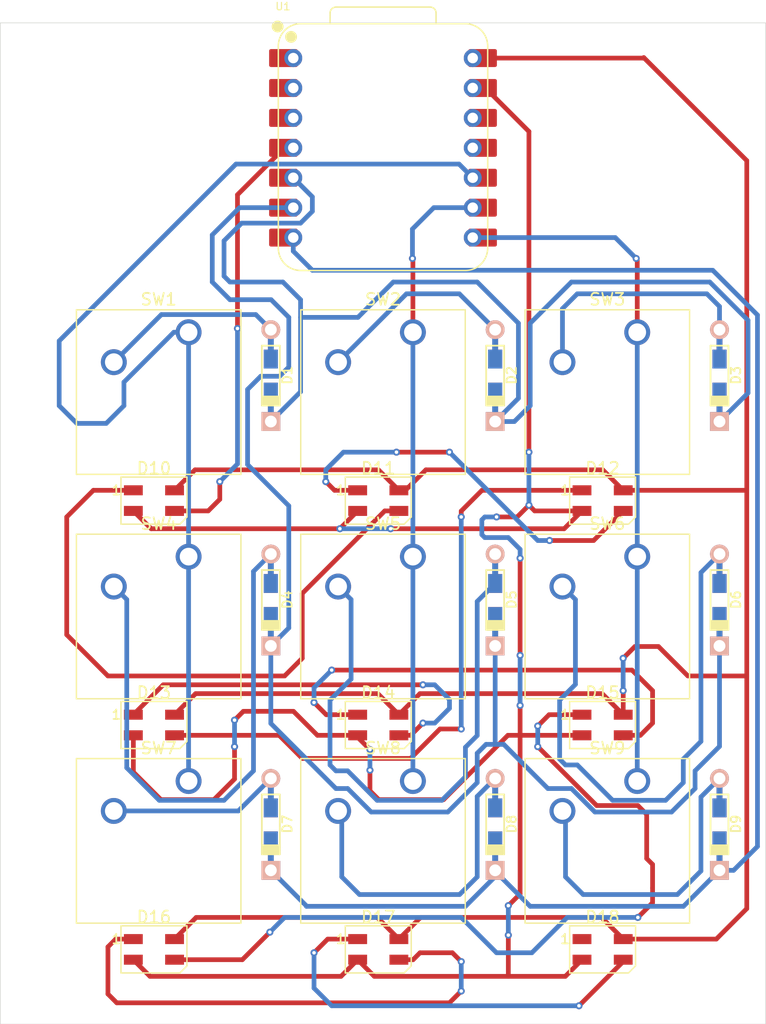
<source format=kicad_pcb>
(kicad_pcb (version 20240108) (generator "pcbnew") (generator_version "8.0")
  (layers (0 "F.Cu" signal) (31 "B.Cu" signal) (34 "B.Paste" user) (35 "F.Paste" user) (36 "B.SilkS" user "B.Silkscreen") (37 "F.SilkS" user "F.Silkscreen") (38 "B.Mask" user) (39 "F.Mask" user) (44 "Edge.Cuts" user))
  (net 0 "")
  (net 1 "Net-(D1-A)")
  (net 2 "Row 0")
  (net 3 "Net-(D2-A)")
  (net 4 "Net-(D3-A)")
  (net 5 "Net-(D4-A)")
  (net 6 "Row 1")
  (net 7 "Net-(D5-A)")
  (net 8 "Net-(D6-A)")
  (net 9 "Net-(D7-A)")
  (net 10 "Row 2")
  (net 11 "Net-(D8-A)")
  (net 12 "Net-(D9-A)")
  (net 13 "+5V")
  (net 14 "GND")
  (net 15 "LED")
  (net 16 "Net-(D10-DOUT)")
  (net 17 "Net-(D11-DOUT)")
  (net 18 "Net-(D12-DOUT)")
  (net 19 "Net-(D13-DOUT)")
  (net 20 "Net-(D15-DOUT)")
  (net 21 "Column 0")
  (net 22 "Column 1")
  (net 23 "Column 2")
  (net 34 "Net-(D14-DOUT)")
  (net 35 "Net-(D16-DOUT)")
  (net 36 "Net-(D17-DOUT)")
  (footprint "Button_Switch_Keyboard:SW_Cherry_MX_1.00u_PCB" (layer "F.Cu") (at 111.8475 94.36875)
    (property "Reference" "SW4")
    (property "Value" "SW_Push_45deg")
  )
  (footprint "LED_SMD:LED_SK6812MINI_PLCC4_3.5x3.5mm_P1.75mm" (layer "F.Cu") (at 127.95625 89.6125)
    (property "Reference" "D11")
    (property "Value" "SK6812MINI")
  )
  (footprint "LED_SMD:LED_SK6812MINI_PLCC4_3.5x3.5mm_P1.75mm" (layer "F.Cu") (at 127.95625 108.6625)
    (property "Reference" "D14")
    (property "Value" "SK6812MINI")
  )
  (footprint "LED_SMD:LED_SK6812MINI_PLCC4_3.5x3.5mm_P1.75mm" (layer "F.Cu") (at 108.90625 108.6625)
    (property "Reference" "D13")
    (property "Value" "SK6812MINI")
  )
  (footprint "LED_SMD:LED_SK6812MINI_PLCC4_3.5x3.5mm_P1.75mm" (layer "F.Cu") (at 147.00625 127.7125)
    (property "Reference" "D18")
    (property "Value" "SK6812MINI")
  )
  (footprint "Button_Switch_Keyboard:SW_Cherry_MX_1.00u_PCB" (layer "F.Cu") (at 149.9475 75.31875)
    (property "Reference" "SW3")
    (property "Value" "SW_Push_45deg")
  )
  (footprint "LED_SMD:LED_SK6812MINI_PLCC4_3.5x3.5mm_P1.75mm" (layer "F.Cu") (at 147.00625 89.6125)
    (property "Reference" "D12")
    (property "Value" "SK6812MINI")
  )
  (footprint "LED_SMD:LED_SK6812MINI_PLCC4_3.5x3.5mm_P1.75mm" (layer "F.Cu") (at 147.00625 108.6625)
    (property "Reference" "D15")
    (property "Value" "SK6812MINI")
  )
  (footprint "OPL:XIAO-RP2040-DIP" (layer "F.Cu") (at 128.3575 59.662502)
    (property "Reference" "U1")
    (property "Value" "XIAO-RP2040-DIP")
  )
  (footprint "Button_Switch_Keyboard:SW_Cherry_MX_1.00u_PCB" (layer "F.Cu") (at 130.8975 75.31875)
    (property "Reference" "SW2")
    (property "Value" "SW_Push_45deg")
  )
  (footprint "Button_Switch_Keyboard:SW_Cherry_MX_1.00u_PCB" (layer "F.Cu") (at 111.8475 75.31875)
    (property "Reference" "SW1")
    (property "Value" "SW_Push_45deg")
  )
  (footprint "LED_SMD:LED_SK6812MINI_PLCC4_3.5x3.5mm_P1.75mm" (layer "F.Cu") (at 127.95625 127.7125)
    (property "Reference" "D17")
    (property "Value" "SK6812MINI")
  )
  (footprint "LED_SMD:LED_SK6812MINI_PLCC4_3.5x3.5mm_P1.75mm" (layer "F.Cu") (at 108.90625 127.7125)
    (property "Reference" "D16")
    (property "Value" "SK6812MINI")
  )
  (footprint "Button_Switch_Keyboard:SW_Cherry_MX_1.00u_PCB" (layer "F.Cu") (at 111.8475 113.41875)
    (property "Reference" "SW7")
    (property "Value" "SW_Push_45deg")
  )
  (footprint "LED_SMD:LED_SK6812MINI_PLCC4_3.5x3.5mm_P1.75mm" (layer "F.Cu") (at 108.90625 89.6125)
    (property "Reference" "D10")
    (property "Value" "SK6812MINI")
  )
  (footprint "Button_Switch_Keyboard:SW_Cherry_MX_1.00u_PCB" (layer "F.Cu") (at 130.8975 94.36875)
    (property "Reference" "SW5")
    (property "Value" "SW_Push_45deg")
  )
  (footprint "Button_Switch_Keyboard:SW_Cherry_MX_1.00u_PCB" (layer "F.Cu") (at 149.9475 113.41875)
    (property "Reference" "SW9")
    (property "Value" "SW_Push_45deg")
  )
  (footprint "Button_Switch_Keyboard:SW_Cherry_MX_1.00u_PCB" (layer "F.Cu") (at 149.9475 94.36875)
    (property "Reference" "SW6")
    (property "Value" "SW_Push_45deg")
  )
  (footprint "Button_Switch_Keyboard:SW_Cherry_MX_1.00u_PCB" (layer "F.Cu") (at 130.8975 113.41875)
    (property "Reference" "SW8")
    (property "Value" "SW_Push_45deg")
  )
  (footprint "DiodeLibrary:Diode-Hybrid-Dual" (layer "B.Cu") (at 156.9325 78.998751 -90)
    (property "Reference" "D3")
    (property "Value" "1N4148" (hide yes))
  )
  (footprint "DiodeLibrary:Diode-Hybrid-Dual" (layer "B.Cu") (at 156.9325 98.048751 -90)
    (property "Reference" "D6")
    (property "Value" "1N4148" (hide yes))
  )
  (footprint "DiodeLibrary:Diode-Hybrid-Dual" (layer "B.Cu") (at 118.8325 117.098751 -90)
    (property "Reference" "D7")
    (property "Value" "1N4148" (hide yes))
  )
  (footprint "DiodeLibrary:Diode-Hybrid-Dual" (layer "B.Cu") (at 156.9325 117.098751 -90)
    (property "Reference" "D9")
    (property "Value" "1N4148" (hide yes))
  )
  (footprint "DiodeLibrary:Diode-Hybrid-Dual" (layer "B.Cu") (at 137.8825 98.048751 -90)
    (property "Reference" "D5")
    (property "Value" "1N4148" (hide yes))
  )
  (footprint "DiodeLibrary:Diode-Hybrid-Dual" (layer "B.Cu") (at 118.8325 78.998751 -90)
    (property "Reference" "D1")
    (property "Value" "1N4148" (hide yes))
  )
  (footprint "DiodeLibrary:Diode-Hybrid-Dual" (layer "B.Cu") (at 137.8825 78.998751 -90)
    (property "Reference" "D2")
    (property "Value" "1N4148" (hide yes))
  )
  (footprint "DiodeLibrary:Diode-Hybrid-Dual" (layer "B.Cu") (at 118.8325 98.048751 -90)
    (property "Reference" "D4")
    (property "Value" "1N4148" (hide yes))
  )
  (footprint "DiodeLibrary:Diode-Hybrid-Dual" (layer "B.Cu") (at 137.8825 117.098751 -90)
    (property "Reference" "D8")
    (property "Value" "1N4148" (hide yes))
  )
  (gr_rect (start 95.8575 49.055629) (end 160.8575 134.055629) (stroke (width 0.05)) (fill none) (layer "Edge.Cuts"))
  (segment (start 109.5375 73.81875) (end 105.4975 77.85875) (width 0.4) (layer "B.Cu") (net 1))
  (segment (start 118.8325 75.098752) (end 117.552498 73.81875) (width 0.4) (layer "B.Cu") (net 1))
  (segment (start 117.552498 73.81875) (end 109.5375 73.81875) (width 0.4) (layer "B.Cu") (net 1))
  (segment (start 159.3575 74.305629) (end 159.3575 80.47375) (width 0.4) (layer "B.Cu") (net 2))
  (segment (start 118.8325 82.89875) (end 118.8325 81.452429) (width 0.4) (layer "B.Cu") (net 2))
  (segment (start 139.8575 80.92375) (end 137.8825 82.89875) (width 0.4) (layer "B.Cu") (net 2))
  (segment (start 139.514379 82.89875) (end 140.8575 81.555629) (width 0.4) (layer "B.Cu") (net 2))
  (segment (start 116.3575 66.055629) (end 121.3575 66.055629) (width 0.4) (layer "B.Cu") (net 2))
  (segment (start 114.8575 67.555629) (end 116.3575 66.055629) (width 0.4) (layer "B.Cu") (net 2))
  (segment (start 119.8575 71.055629) (end 121.3575 72.555629) (width 0.4) (layer "B.Cu") (net 2))
  (segment (start 115.3575 71.055629) (end 114.8575 70.555629) (width 0.4) (layer "B.Cu") (net 2))
  (segment (start 136.3575 71.055629) (end 139.8575 74.555629) (width 0.4) (layer "B.Cu") (net 2))
  (segment (start 140.8575 81.555629) (end 140.8575 74.555629) (width 0.4) (layer "B.Cu") (net 2))
  (segment (start 144.3575 71.055629) (end 156.1075 71.055629) (width 0.4) (layer "B.Cu") (net 2))
  (segment (start 122.3575 63.822502) (end 120.7375 62.202502) (width 0.4) (layer "B.Cu") (net 2))
  (segment (start 129.2293 71.055629) (end 136.3575 71.055629) (width 0.4) (layer "B.Cu") (net 2))
  (segment (start 121.3575 66.055629) (end 122.3575 65.055629) (width 0.4) (layer "B.Cu") (net 2))
  (segment (start 121.3575 72.555629) (end 121.3575 74.055629) (width 0.4) (layer "B.Cu") (net 2))
  (segment (start 140.8575 74.555629) (end 144.3575 71.055629) (width 0.4) (layer "B.Cu") (net 2))
  (segment (start 119.8575 71.055629) (end 115.3575 71.055629) (width 0.4) (layer "B.Cu") (net 2))
  (segment (start 159.3575 80.47375) (end 156.9325 82.89875) (width 0.4) (layer "B.Cu") (net 2))
  (segment (start 137.8825 82.89875) (end 139.514379 82.89875) (width 0.4) (layer "B.Cu") (net 2))
  (segment (start 121.3575 74.055629) (end 126.2293 74.055629) (width 0.4) (layer "B.Cu") (net 2))
  (segment (start 156.1075 71.055629) (end 159.3575 74.305629) (width 0.4) (layer "B.Cu") (net 2))
  (segment (start 122.3575 65.055629) (end 122.3575 63.822502) (width 0.4) (layer "B.Cu") (net 2))
  (segment (start 139.8575 74.555629) (end 139.8575 80.92375) (width 0.4) (layer "B.Cu") (net 2))
  (segment (start 126.2293 74.055629) (end 129.2293 71.055629) (width 0.4) (layer "B.Cu") (net 2))
  (segment (start 118.8325 82.89875) (end 121.3575 80.37375) (width 0.4) (layer "B.Cu") (net 2))
  (segment (start 114.8575 70.555629) (end 114.8575 67.555629) (width 0.4) (layer "B.Cu") (net 2))
  (segment (start 121.3575 80.37375) (end 121.3575 74.055629) (width 0.4) (layer "B.Cu") (net 2))
  (segment (start 130.350621 72.055629) (end 134.839377 72.055629) (width 0.4) (layer "B.Cu") (net 3))
  (segment (start 134.839377 72.055629) (end 137.8825 75.098752) (width 0.4) (layer "B.Cu") (net 3))
  (segment (start 124.5475 77.85875) (end 130.350621 72.055629) (width 0.4) (layer "B.Cu") (net 3))
  (segment (start 144.8575 72.055629) (end 155.8575 72.055629) (width 0.4) (layer "B.Cu") (net 4))
  (segment (start 156.9325 73.130629) (end 156.9325 75.098752) (width 0.4) (layer "B.Cu") (net 4))
  (segment (start 155.8575 72.055629) (end 156.9325 73.130629) (width 0.4) (layer "B.Cu") (net 4))
  (segment (start 143.5975 77.85875) (end 143.5975 73.315629) (width 0.4) (layer "B.Cu") (net 4))
  (segment (start 143.5975 73.315629) (end 144.8575 72.055629) (width 0.4) (layer "B.Cu") (net 4))
  (segment (start 109.3575 115.055629) (end 114.8575 115.055629) (width 0.4) (layer "B.Cu") (net 5))
  (segment (start 106.597499 98.008749) (end 106.597499 112.295628) (width 0.4) (layer "B.Cu") (net 5))
  (segment (start 117.3575 95.623752) (end 118.8325 94.148752) (width 0.4) (layer "B.Cu") (net 5))
  (segment (start 106.597499 112.295628) (end 109.3575 115.055629) (width 0.4) (layer "B.Cu") (net 5))
  (segment (start 117.3575 112.555629) (end 117.3575 95.623752) (width 0.4) (layer "B.Cu") (net 5))
  (segment (start 105.4975 96.90875) (end 106.597499 98.008749) (width 0.4) (layer "B.Cu") (net 5))
  (segment (start 114.8575 115.055629) (end 117.3575 112.555629) (width 0.4) (layer "B.Cu") (net 5))
  (segment (start 113.8575 67.055629) (end 116.170627 64.742502) (width 0.4) (layer "B.Cu") (net 6))
  (segment (start 146.350621 116.04875) (end 152.864379 116.04875) (width 0.4) (layer "B.Cu") (net 6))
  (segment (start 118.8575 72.555629) (end 115.3575 72.555629) (width 0.4) (layer "B.Cu") (net 6))
  (segment (start 116.170627 64.742502) (end 120.7375 64.742502) (width 0.4) (layer "B.Cu") (net 6))
  (segment (start 124.3575 114.055629) (end 125.3575 114.055629) (width 0.4) (layer "B.Cu") (net 6))
  (segment (start 120.3575 78.273752) (end 120.3575 74.055629) (width 0.4) (layer "B.Cu") (net 6))
  (segment (start 117.975621 79.055629) (end 119.575623 79.055629) (width 0.4) (layer "B.Cu") (net 6))
  (segment (start 120.3575 100.42375) (end 120.3575 90.055629) (width 0.4) (layer "B.Cu") (net 6))
  (segment (start 138.6075 110.305629) (end 137.8575 110.305629) (width 0.4) (layer "B.Cu") (net 6))
  (segment (start 115.3575 72.555629) (end 113.8575 71.055629) (width 0.4) (layer "B.Cu") (net 6))
  (segment (start 113.8575 71.055629) (end 113.8575 67.055629) (width 0.4) (layer "B.Cu") (net 6))
  (segment (start 154.8575 112.555629) (end 156.9325 110.480629) (width 0.4) (layer "B.Cu") (net 6))
  (segment (start 118.8325 108.530629) (end 124.3575 114.055629) (width 0.4) (layer "B.Cu") (net 6))
  (segment (start 118.8325 101.94875) (end 120.3575 100.42375) (width 0.4) (layer "B.Cu") (net 6))
  (segment (start 136.3575 111.055629) (end 137.1075 110.305629) (width 0.4) (layer "B.Cu") (net 6))
  (segment (start 116.8575 80.17375) (end 117.975621 79.055629) (width 0.4) (layer "B.Cu") (net 6))
  (segment (start 156.9325 110.480629) (end 156.9325 101.94875) (width 0.4) (layer "B.Cu") (net 6))
  (segment (start 152.864379 116.04875) (end 154.8575 114.055629) (width 0.4) (layer "B.Cu") (net 6))
  (segment (start 154.8575 114.055629) (end 154.8575 112.555629) (width 0.4) (layer "B.Cu") (net 6))
  (segment (start 142.3575 114.055629) (end 144.3575 114.055629) (width 0.4) (layer "B.Cu") (net 6))
  (segment (start 137.8825 101.94875) (end 137.8825 110.280629) (width 0.4) (layer "B.Cu") (net 6))
  (segment (start 120.3575 90.055629) (end 116.8575 86.555629) (width 0.4) (layer "B.Cu") (net 6))
  (segment (start 137.8825 110.280629) (end 137.8575 110.305629) (width 0.4) (layer "B.Cu") (net 6))
  (segment (start 142.3575 114.055629) (end 138.6075 110.305629) (width 0.4) (layer "B.Cu") (net 6))
  (segment (start 118.8325 101.94875) (end 118.8325 108.530629) (width 0.4) (layer "B.Cu") (net 6))
  (segment (start 133.864379 116.04875) (end 136.3575 113.555629) (width 0.4) (layer "B.Cu") (net 6))
  (segment (start 137.8575 110.305629) (end 137.1075 110.305629) (width 0.4) (layer "B.Cu") (net 6))
  (segment (start 116.8575 86.555629) (end 116.8575 80.17375) (width 0.4) (layer "B.Cu") (net 6))
  (segment (start 120.3575 74.055629) (end 118.8575 72.555629) (width 0.4) (layer "B.Cu") (net 6))
  (segment (start 119.575623 79.055629) (end 120.3575 78.273752) (width 0.4) (layer "B.Cu") (net 6))
  (segment (start 144.3575 114.055629) (end 146.350621 116.04875) (width 0.4) (layer "B.Cu") (net 6))
  (segment (start 127.350621 116.04875) (end 133.864379 116.04875) (width 0.4) (layer "B.Cu") (net 6))
  (segment (start 136.3575 113.555629) (end 136.3575 111.055629) (width 0.4) (layer "B.Cu") (net 6))
  (segment (start 125.3575 114.055629) (end 127.350621 116.04875) (width 0.4) (layer "B.Cu") (net 6))
  (segment (start 125.647499 104.76563) (end 123.8575 106.555629) (width 0.4) (layer "B.Cu") (net 7))
  (segment (start 127.8575 115.055629) (end 133.3575 115.055629) (width 0.4) (layer "B.Cu") (net 7))
  (segment (start 124.5475 96.90875) (end 125.647499 98.008749) (width 0.4) (layer "B.Cu") (net 7))
  (segment (start 133.3575 115.055629) (end 135.3575 113.055629) (width 0.4) (layer "B.Cu") (net 7))
  (segment (start 135.3575 113.055629) (end 135.3575 110.555629) (width 0.4) (layer "B.Cu") (net 7))
  (segment (start 136.3575 98.173752) (end 137.8825 96.648752) (width 0.4) (layer "B.Cu") (net 7))
  (segment (start 123.8575 106.555629) (end 123.8575 112.055629) (width 0.4) (layer "B.Cu") (net 7))
  (segment (start 135.3575 110.555629) (end 136.3575 109.555629) (width 0.4) (layer "B.Cu") (net 7))
  (segment (start 125.3575 112.555629) (end 127.8575 115.055629) (width 0.4) (layer "B.Cu") (net 7))
  (segment (start 125.647499 98.008749) (end 125.647499 104.76563) (width 0.4) (layer "B.Cu") (net 7))
  (segment (start 124.3575 112.555629) (end 125.3575 112.555629) (width 0.4) (layer "B.Cu") (net 7))
  (segment (start 123.8575 112.055629) (end 124.3575 112.555629) (width 0.4) (layer "B.Cu") (net 7))
  (segment (start 136.3575 109.555629) (end 136.3575 98.173752) (width 0.4) (layer "B.Cu") (net 7))
  (segment (start 143.5975 96.90875) (end 144.697499 98.008749) (width 0.4) (layer "B.Cu") (net 8))
  (segment (start 144.8575 112.055629) (end 147.8575 115.055629) (width 0.4) (layer "B.Cu") (net 8))
  (segment (start 153.8575 113.555629) (end 153.8575 111.555629) (width 0.4) (layer "B.Cu") (net 8))
  (segment (start 143.3575 111.555629) (end 143.8575 112.055629) (width 0.4) (layer "B.Cu") (net 8))
  (segment (start 144.697499 105.21563) (end 143.3575 106.555629) (width 0.4) (layer "B.Cu") (net 8))
  (segment (start 147.8575 115.055629) (end 152.3575 115.055629) (width 0.4) (layer "B.Cu") (net 8))
  (segment (start 143.8575 112.055629) (end 144.8575 112.055629) (width 0.4) (layer "B.Cu") (net 8))
  (segment (start 155.3575 110.055629) (end 155.3575 95.723752) (width 0.4) (layer "B.Cu") (net 8))
  (segment (start 144.697499 98.008749) (end 144.697499 105.21563) (width 0.4) (layer "B.Cu") (net 8))
  (segment (start 152.3575 115.055629) (end 153.8575 113.555629) (width 0.4) (layer "B.Cu") (net 8))
  (segment (start 153.8575 111.555629) (end 155.3575 110.055629) (width 0.4) (layer "B.Cu") (net 8))
  (segment (start 155.3575 95.723752) (end 156.9325 94.148752) (width 0.4) (layer "B.Cu") (net 8))
  (segment (start 143.3575 106.555629) (end 143.3575 111.555629) (width 0.4) (layer "B.Cu") (net 8))
  (segment (start 105.4975 115.95875) (end 116.072502 115.95875) (width 0.4) (layer "B.Cu") (net 9))
  (segment (start 116.072502 115.95875) (end 118.8325 113.198752) (width 0.4) (layer "B.Cu") (net 9))
  (segment (start 135.3575 124.055629) (end 137.8825 121.530629) (width 0.4) (layer "B.Cu") (net 10))
  (segment (start 121.8575 124.055629) (end 135.3575 124.055629) (width 0.4) (layer "B.Cu") (net 10))
  (segment (start 153.875621 124.055629) (end 156.9325 120.99875) (width 0.4) (layer "B.Cu") (net 10))
  (segment (start 121.8575 124.02375) (end 121.8575 124.055629) (width 0.4) (layer "B.Cu") (net 10))
  (segment (start 118.8325 120.99875) (end 121.8575 124.02375) (width 0.4) (layer "B.Cu") (net 10))
  (segment (start 140.8575 124.055629) (end 153.875621 124.055629) (width 0.4) (layer "B.Cu") (net 10))
  (segment (start 160.1575 118.97375) (end 160.1575 73.855629) (width 0.4) (layer "B.Cu") (net 10))
  (segment (start 122.3575 70.055629) (end 120.7375 68.435629) (width 0.4) (layer "B.Cu") (net 10))
  (segment (start 156.3575 70.055629) (end 122.3575 70.055629) (width 0.4) (layer "B.Cu") (net 10))
  (segment (start 137.8825 121.080629) (end 140.8575 124.055629) (width 0.4) (layer "B.Cu") (net 10))
  (segment (start 156.9325 120.99875) (end 158.1325 120.99875) (width 0.4) (layer "B.Cu") (net 10))
  (segment (start 137.8825 121.530629) (end 137.8825 120.99875) (width 0.4) (layer "B.Cu") (net 10))
  (segment (start 158.1325 120.99875) (end 160.1575 118.97375) (width 0.4) (layer "B.Cu") (net 10))
  (segment (start 160.1575 73.855629) (end 156.3575 70.055629) (width 0.4) (layer "B.Cu") (net 10))
  (segment (start 120.7375 68.435629) (end 120.7375 67.282502) (width 0.4) (layer "B.Cu") (net 10))
  (segment (start 137.8825 120.99875) (end 137.8825 121.080629) (width 0.4) (layer "B.Cu") (net 10))
  (segment (start 124.8575 116.26875) (end 124.8575 121.555629) (width 0.4) (layer "B.Cu") (net 11))
  (segment (start 134.8575 123.055629) (end 136.3575 121.555629) (width 0.4) (layer "B.Cu") (net 11))
  (segment (start 124.8575 121.555629) (end 126.3575 123.055629) (width 0.4) (layer "B.Cu") (net 11))
  (segment (start 136.3575 121.555629) (end 136.3575 114.723752) (width 0.4) (layer "B.Cu") (net 11))
  (segment (start 126.3575 123.055629) (end 134.8575 123.055629) (width 0.4) (layer "B.Cu") (net 11))
  (segment (start 136.3575 114.723752) (end 137.8825 113.198752) (width 0.4) (layer "B.Cu") (net 11))
  (segment (start 124.5475 115.95875) (end 124.8575 116.26875) (width 0.4) (layer "B.Cu") (net 11))
  (segment (start 155.3575 121.055629) (end 155.3575 114.773752) (width 0.4) (layer "B.Cu") (net 12))
  (segment (start 143.8575 116.21875) (end 143.8575 121.555629) (width 0.4) (layer "B.Cu") (net 12))
  (segment (start 153.3575 123.055629) (end 155.3575 121.055629) (width 0.4) (layer "B.Cu") (net 12))
  (segment (start 143.5975 115.95875) (end 143.8575 116.21875) (width 0.4) (layer "B.Cu") (net 12))
  (segment (start 143.8575 121.555629) (end 145.3575 123.055629) (width 0.4) (layer "B.Cu") (net 12))
  (segment (start 155.3575 114.773752) (end 156.9325 113.198752) (width 0.4) (layer "B.Cu") (net 12))
  (segment (start 145.3575 123.055629) (end 153.3575 123.055629) (width 0.4) (layer "B.Cu") (net 12))
  (segment (start 110.65625 107.7875) (end 112.44375 106) (width 0.4) (layer "F.Cu") (net 13))
  (segment (start 150.5 52) (end 159.25 60.75) (width 0.4) (layer "F.Cu") (net 13))
  (segment (start 148.75625 88.7375) (end 159.2375 88.7375) (width 0.4) (layer "F.Cu") (net 13))
  (segment (start 159.25 124.25) (end 156.6625 126.8375) (width 0.4) (layer "F.Cu") (net 13))
  (segment (start 127.96875 87) (end 129.70625 88.7375) (width 0.4) (layer "F.Cu") (net 13))
  (segment (start 159.25 88.75) (end 159.25 104.5) (width 0.4) (layer "F.Cu") (net 13))
  (segment (start 147.01875 87) (end 148.75625 88.7375) (width 0.4) (layer "F.Cu") (net 13))
  (segment (start 148.75625 105.75625) (end 148.75 105.75) (width 0.4) (layer "F.Cu") (net 13))
  (segment (start 146.96875 106) (end 148.75625 107.7875) (width 0.4) (layer "F.Cu") (net 13))
  (segment (start 127.86875 125) (end 129.70625 126.8375) (width 0.4) (layer "F.Cu") (net 13))
  (segment (start 159.2375 88.7375) (end 159.25 88.75) (width 0.4) (layer "F.Cu") (net 13))
  (segment (start 129.70625 126.8375) (end 131.54375 125) (width 0.4) (layer "F.Cu") (net 13))
  (segment (start 151.75 102) (end 154.25 104.5) (width 0.4) (layer "F.Cu") (net 13))
  (segment (start 154.25 104.5) (end 159.25 104.5) (width 0.4) (layer "F.Cu") (net 13))
  (segment (start 159.25 60.75) (end 159.25 88.75) (width 0.4) (layer "F.Cu") (net 13))
  (segment (start 110.65625 88.7375) (end 112.39375 87) (width 0.4) (layer "F.Cu") (net 13))
  (segment (start 132 87) (end 147.01875 87) (width 0.4) (layer "F.Cu") (net 13))
  (segment (start 136.8125 52.042502) (end 150.457498 52.042502) (width 0.4) (layer "F.Cu") (net 13))
  (segment (start 131.49375 106) (end 146.96875 106) (width 0.4) (layer "F.Cu") (net 13))
  (segment (start 150.457498 52.042502) (end 150.5 52) (width 0.4) (layer "F.Cu") (net 13))
  (segment (start 110.65625 126.8375) (end 112.49375 125) (width 0.4) (layer "F.Cu") (net 13))
  (segment (start 129.70625 107.7875) (end 131.49375 106) (width 0.4) (layer "F.Cu") (net 13))
  (segment (start 148.75625 107.7875) (end 148.75625 105.75625) (width 0.4) (layer "F.Cu") (net 13))
  (segment (start 127.91875 106) (end 129.70625 107.7875) (width 0.4) (layer "F.Cu") (net 13))
  (segment (start 130.2625 88.7375) (end 132 87) (width 0.4) (layer "F.Cu") (net 13))
  (segment (start 112.39375 87) (end 127.96875 87) (width 0.4) (layer "F.Cu") (net 13))
  (segment (start 156.6625 126.8375) (end 148.75625 126.8375) (width 0.4) (layer "F.Cu") (net 13))
  (segment (start 148.75 103) (end 149.75 102) (width 0.4) (layer "F.Cu") (net 13))
  (segment (start 129.70625 88.7375) (end 130.2625 88.7375) (width 0.4) (layer "F.Cu") (net 13))
  (segment (start 159.25 104.5) (end 159.25 124.25) (width 0.4) (layer "F.Cu") (net 13))
  (segment (start 146.91875 125) (end 148.75625 126.8375) (width 0.4) (layer "F.Cu") (net 13))
  (segment (start 112.49375 125) (end 127.86875 125) (width 0.4) (layer "F.Cu") (net 13))
  (segment (start 112.44375 106) (end 127.91875 106) (width 0.4) (layer "F.Cu") (net 13))
  (segment (start 131.54375 125) (end 146.91875 125) (width 0.4) (layer "F.Cu") (net 13))
  (segment (start 149.75 102) (end 151.75 102) (width 0.4) (layer "F.Cu") (net 13))
  (via (at 148.75 105.75) (size 0.6) (drill 0.3) (layers "F.Cu" "B.Cu") (net 13))
  (via (at 148.75 103) (size 0.6) (drill 0.3) (layers "F.Cu" "B.Cu") (net 13))
  (segment (start 148.75 105.75) (end 148.75 103) (width 0.4) (layer "B.Cu") (net 13))
  (segment (start 122.7875 109.5375) (end 120.75 107.5) (width 0.4) (layer "F.Cu") (net 14))
  (segment (start 116.5 107.5) (end 115.75 108.25) (width 0.4) (layer "F.Cu") (net 14))
  (segment (start 140 107) (end 140 109.5375) (width 0.4) (layer "F.Cu") (net 14))
  (segment (start 140 123) (end 140 109.5375) (width 0.4) (layer "F.Cu") (net 14))
  (segment (start 124.69375 92) (end 126.20625 90.4875) (width 0.4) (layer "F.Cu") (net 14))
  (segment (start 138 91) (end 139.75 91) (width 0.4) (layer "F.Cu") (net 14))
  (segment (start 115.75 113.25) (end 114 115) (width 0.4) (layer "F.Cu") (net 14))
  (segment (start 139 124) (end 140 123) (width 0.4) (layer "F.Cu") (net 14))
  (segment (start 139.75 91) (end 140.75 90) (width 0.4) (layer "F.Cu") (net 14))
  (segment (start 126.20625 109.5375) (end 122.7875 109.5375) (width 0.4) (layer "F.Cu") (net 14))
  (segment (start 140.75 58.277372) (end 140.75 85.5) (width 0.4) (layer "F.Cu") (net 14))
  (segment (start 137.05513 54.582502) (end 140.75 58.277372) (width 0.4) (layer "F.Cu") (net 14))
  (segment (start 141.2375 90.4875) (end 145.25625 90.4875) (width 0.4) (layer "F.Cu") (net 14))
  (segment (start 139 126.5) (end 139 130) (width 0.4) (layer "F.Cu") (net 14))
  (segment (start 139 130) (end 143.84375 130) (width 0.4) (layer "F.Cu") (net 14))
  (segment (start 120.75 107.5) (end 117.75 107.5) (width 0.4) (layer "F.Cu") (net 14))
  (segment (start 107.15625 128.5875) (end 108.56875 130) (width 0.4) (layer "F.Cu") (net 14))
  (segment (start 126.20625 109.70625) (end 127.25 110.75) (width 0.4) (layer "F.Cu") (net 14))
  (segment (start 117.75 107.5) (end 116.5 107.5) (width 0.4) (layer "F.Cu") (net 14))
  (segment (start 138.9625 109.5375) (end 133.5 115) (width 0.4) (layer "F.Cu") (net 14))
  (segment (start 129 92) (end 143.74375 92) (width 0.4) (layer "F.Cu") (net 14))
  (segment (start 140 109.5375) (end 138.9625 109.5375) (width 0.4) (layer "F.Cu") (net 14))
  (segment (start 135.9775 54.582502) (end 137.05513 54.582502) (width 0.4) (layer "F.Cu") (net 14))
  (segment (start 115.75 110.5) (end 115.75 113.25) (width 0.4) (layer "F.Cu") (net 14))
  (segment (start 127.25 114.25) (end 127.25 112.5) (width 0.4) (layer "F.Cu") (net 14))
  (segment (start 124.79375 130) (end 126.20625 128.5875) (width 0.4) (layer "F.Cu") (net 14))
  (segment (start 107.15625 90.4875) (end 108.66875 92) (width 0.4) (layer "F.Cu") (net 14))
  (segment (start 143.84375 130) (end 145.25625 128.5875) (width 0.4) (layer "F.Cu") (net 14))
  (segment (start 143.74375 92) (end 145.25625 90.4875) (width 0.4) (layer "F.Cu") (net 14))
  (segment (start 126.20625 109.5375) (end 126.20625 109.70625) (width 0.4) (layer "F.Cu") (net 14))
  (segment (start 126.20625 128.5875) (end 127.61875 130) (width 0.4) (layer "F.Cu") (net 14))
  (segment (start 145.25625 109.5375) (end 140 109.5375) (width 0.4) (layer "F.Cu") (net 14))
  (segment (start 108.56875 130) (end 124.79375 130) (width 0.4) (layer "F.Cu") (net 14))
  (segment (start 140.75 90) (end 141.2375 90.4875) (width 0.4) (layer "F.Cu") (net 14))
  (segment (start 127.61875 130) (end 139 130) (width 0.4) (layer "F.Cu") (net 14))
  (segment (start 109.5 115) (end 107.15625 112.65625) (width 0.4) (layer "F.Cu") (net 14))
  (segment (start 107.15625 112.65625) (end 107.15625 109.5375) (width 0.4) (layer "F.Cu") (net 14))
  (segment (start 108.66875 92) (end 124.69375 92) (width 0.4) (layer "F.Cu") (net 14))
  (segment (start 114 115) (end 109.5 115) (width 0.4) (layer "F.Cu") (net 14))
  (segment (start 128 115) (end 127.25 114.25) (width 0.4) (layer "F.Cu") (net 14))
  (segment (start 140 102.75) (end 140 94.5) (width 0.4) (layer "F.Cu") (net 14))
  (segment (start 133.5 115) (end 128 115) (width 0.4) (layer "F.Cu") (net 14))
  (via (at 139 126.5) (size 0.6) (drill 0.3) (layers "F.Cu" "B.Cu") (net 14))
  (via (at 138 91) (size 0.6) (drill 0.3) (layers "F.Cu" "B.Cu") (net 14))
  (via (at 127.25 110.75) (size 0.6) (drill 0.3) (layers "F.Cu" "B.Cu") (net 14))
  (via (at 140.75 85.5) (size 0.6) (drill 0.3) (layers "F.Cu" "B.Cu") (net 14))
  (via (at 140 102.75) (size 0.6) (drill 0.3) (layers "F.Cu" "B.Cu") (net 14))
  (via (at 124.69375 92) (size 0.6) (drill 0.3) (layers "F.Cu" "B.Cu") (net 14))
  (via (at 140.75 90) (size 0.6) (drill 0.3) (layers "F.Cu" "B.Cu") (net 14))
  (via (at 139 124) (size 0.6) (drill 0.3) (layers "F.Cu" "B.Cu") (net 14))
  (via (at 129 92) (size 0.6) (drill 0.3) (layers "F.Cu" "B.Cu") (net 14))
  (via (at 140 107) (size 0.6) (drill 0.3) (layers "F.Cu" "B.Cu") (net 14))
  (via (at 115.75 108.25) (size 0.6) (drill 0.3) (layers "F.Cu" "B.Cu") (net 14))
  (via (at 127.25 112.5) (size 0.6) (drill 0.3) (layers "F.Cu" "B.Cu") (net 14))
  (via (at 140 94.5) (size 0.6) (drill 0.3) (layers "F.Cu" "B.Cu") (net 14))
  (via (at 115.75 110.5) (size 0.6) (drill 0.3) (layers "F.Cu" "B.Cu") (net 14))
  (segment (start 136.75 91.25) (end 136.75 92.5) (width 0.4) (layer "B.Cu") (net 14))
  (segment (start 124.69375 92) (end 129 92) (width 0.4) (layer "B.Cu") (net 14))
  (segment (start 140 107) (end 140 102.75) (width 0.4) (layer "B.Cu") (net 14))
  (segment (start 137 92.75) (end 139 92.75) (width 0.4) (layer "B.Cu") (net 14))
  (segment (start 137 91) (end 136.75 91.25) (width 0.4) (layer "B.Cu") (net 14))
  (segment (start 140.75 85.5) (end 140.75 90) (width 0.4) (layer "B.Cu") (net 14))
  (segment (start 140 93.75) (end 140 94.5) (width 0.4) (layer "B.Cu") (net 14))
  (segment (start 115.75 108.25) (end 115.75 110.5) (width 0.4) (layer "B.Cu") (net 14))
  (segment (start 139 92.75) (end 140 93.75) (width 0.4) (layer "B.Cu") (net 14))
  (segment (start 139 124) (end 139 126.5) (width 0.4) (layer "B.Cu") (net 14))
  (segment (start 136.75 92.5) (end 137 92.75) (width 0.4) (layer "B.Cu") (net 14))
  (segment (start 127.25 110.75) (end 127.25 112.5) (width 0.4) (layer "B.Cu") (net 14))
  (segment (start 138 91) (end 137 91) (width 0.4) (layer "B.Cu") (net 14))
  (segment (start 114.5 88) (end 114.5 89.5) (width 0.4) (layer "F.Cu") (net 15))
  (segment (start 114.5 89.5) (end 113.5125 90.4875) (width 0.4) (layer "F.Cu") (net 15))
  (segment (start 116 75) (end 116 63.646368) (width 0.4) (layer "F.Cu") (net 15))
  (segment (start 119.983866 59.662502) (end 120.7375 59.662502) (width 0.4) (layer "F.Cu") (net 15))
  (segment (start 116 63.646368) (end 119.983866 59.662502) (width 0.4) (layer "F.Cu") (net 15))
  (segment (start 113.5125 90.4875) (end 110.65625 90.4875) (width 0.4) (layer "F.Cu") (net 15))
  (via (at 114.5 88) (size 0.6) (drill 0.3) (layers "F.Cu" "B.Cu") (net 15))
  (via (at 116 75) (size 0.6) (drill 0.3) (layers "F.Cu" "B.Cu") (net 15))
  (segment (start 114.5 88) (end 116 86.5) (width 0.4) (layer "B.Cu") (net 15))
  (segment (start 116 86.5) (end 116 75) (width 0.4) (layer "B.Cu") (net 15))
  (segment (start 101.5 101) (end 101.5 91) (width 0.4) (layer "F.Cu") (net 16))
  (segment (start 103.7625 88.7375) (end 107.15625 88.7375) (width 0.4) (layer "F.Cu") (net 16))
  (segment (start 128.50625 90.4875) (end 121.5 97.49375) (width 0.4) (layer "F.Cu") (net 16))
  (segment (start 120 104.5) (end 105 104.5) (width 0.4) (layer "F.Cu") (net 16))
  (segment (start 121.5 103) (end 120 104.5) (width 0.4) (layer "F.Cu") (net 16))
  (segment (start 101.5 91) (end 103.7625 88.7375) (width 0.4) (layer "F.Cu") (net 16))
  (segment (start 129.70625 90.4875) (end 128.50625 90.4875) (width 0.4) (layer "F.Cu") (net 16))
  (segment (start 121.5 97.49375) (end 121.5 103) (width 0.4) (layer "F.Cu") (net 16))
  (segment (start 105 104.5) (end 101.5 101) (width 0.4) (layer "F.Cu") (net 16))
  (segment (start 124.2375 88.7375) (end 123.5 88) (width 0.4) (layer "F.Cu") (net 17))
  (segment (start 126.20625 88.7375) (end 124.2375 88.7375) (width 0.4) (layer "F.Cu") (net 17))
  (segment (start 129.5 85.5) (end 134 85.5) (width 0.4) (layer "F.Cu") (net 17))
  (segment (start 142.5 93) (end 146.24375 93) (width 0.4) (layer "F.Cu") (net 17))
  (segment (start 146.24375 93) (end 148.75625 90.4875) (width 0.4) (layer "F.Cu") (net 17))
  (via (at 129.5 85.5) (size 0.6) (drill 0.3) (layers "F.Cu" "B.Cu") (net 17))
  (via (at 134 85.5) (size 0.6) (drill 0.3) (layers "F.Cu" "B.Cu") (net 17))
  (via (at 123.5 88) (size 0.6) (drill 0.3) (layers "F.Cu" "B.Cu") (net 17))
  (via (at 142.5 93) (size 0.6) (drill 0.3) (layers "F.Cu" "B.Cu") (net 17))
  (segment (start 125 85.5) (end 129.5 85.5) (width 0.4) (layer "B.Cu") (net 17))
  (segment (start 141.5 93) (end 142.5 93) (width 0.4) (layer "B.Cu") (net 17))
  (segment (start 123.5 87) (end 125 85.5) (width 0.4) (layer "B.Cu") (net 17))
  (segment (start 123.5 88) (end 123.5 87) (width 0.4) (layer "B.Cu") (net 17))
  (segment (start 134 85.5) (end 141.5 93) (width 0.4) (layer "B.Cu") (net 17))
  (segment (start 119.5375 109.5375) (end 110.65625 109.5375) (width 0.4) (layer "F.Cu") (net 18))
  (segment (start 135 90.5) (end 136.7625 88.7375) (width 0.4) (layer "F.Cu") (net 18))
  (segment (start 133.194929 109) (end 130.694929 111.5) (width 0.4) (layer "F.Cu") (net 18))
  (segment (start 135 91) (end 135 90.5) (width 0.4) (layer "F.Cu") (net 18))
  (segment (start 136.7625 88.7375) (end 145.25625 88.7375) (width 0.4) (layer "F.Cu") (net 18))
  (segment (start 135 109) (end 133.194929 109) (width 0.4) (layer "F.Cu") (net 18))
  (segment (start 130.694929 111.5) (end 121.5 111.5) (width 0.4) (layer "F.Cu") (net 18))
  (segment (start 121.5 111.5) (end 119.5375 109.5375) (width 0.4) (layer "F.Cu") (net 18))
  (via (at 135 109) (size 0.6) (drill 0.3) (layers "F.Cu" "B.Cu") (net 18))
  (via (at 135 91) (size 0.6) (drill 0.3) (layers "F.Cu" "B.Cu") (net 18))
  (segment (start 135 91) (end 135 109) (width 0.4) (layer "B.Cu") (net 18))
  (segment (start 131.75 108.5) (end 130.7125 109.5375) (width 0.4) (layer "F.Cu") (net 19))
  (segment (start 107.15625 107.7875) (end 109.69375 105.25) (width 0.4) (layer "F.Cu") (net 19))
  (segment (start 130.7125 109.5375) (end 129.70625 109.5375) (width 0.4) (layer "F.Cu") (net 19))
  (segment (start 109.69375 105.25) (end 131.75 105.25) (width 0.4) (layer "F.Cu") (net 19))
  (via (at 131.75 105.25) (size 0.6) (drill 0.3) (layers "F.Cu" "B.Cu") (net 19))
  (via (at 131.75 108.5) (size 0.6) (drill 0.3) (layers "F.Cu" "B.Cu") (net 19))
  (segment (start 132.75 108.5) (end 131.75 108.5) (width 0.4) (layer "B.Cu") (net 19))
  (segment (start 131.75 105.25) (end 132.75 105.25) (width 0.4) (layer "B.Cu") (net 19))
  (segment (start 132.75 105.25) (end 134 106.5) (width 0.4) (layer "B.Cu") (net 19))
  (segment (start 134 107.25) (end 132.75 108.5) (width 0.4) (layer "B.Cu") (net 19))
  (segment (start 134 106.5) (end 134 107.25) (width 0.4) (layer "B.Cu") (net 19))
  (segment (start 141.5 108.75) (end 142.4625 107.7875) (width 0.4) (layer "F.Cu") (net 20))
  (segment (start 151.25 120.5) (end 150.75 120) (width 0.4) (layer "F.Cu") (net 20))
  (segment (start 151.25 122.5) (end 151.25 120.5) (width 0.4) (layer "F.Cu") (net 20))
  (segment (start 150 125) (end 151.25 123.75) (width 0.4) (layer "F.Cu") (net 20))
  (segment (start 146.5 115.5) (end 141.5 110.5) (width 0.4) (layer "F.Cu") (net 20))
  (segment (start 116.4125 128.5875) (end 118.75 126.25) (width 0.4) (layer "F.Cu") (net 20))
  (segment (start 150.75 116.25) (end 150 115.5) (width 0.4) (layer "F.Cu") (net 20))
  (segment (start 110.65625 128.5875) (end 116.4125 128.5875) (width 0.4) (layer "F.Cu") (net 20))
  (segment (start 142.4625 107.7875) (end 145.25625 107.7875) (width 0.4) (layer "F.Cu") (net 20))
  (segment (start 150 115.5) (end 146.5 115.5) (width 0.4) (layer "F.Cu") (net 20))
  (segment (start 151.25 123.75) (end 151.25 122.5) (width 0.4) (layer "F.Cu") (net 20))
  (segment (start 150.75 120) (end 150.75 116.25) (width 0.4) (layer "F.Cu") (net 20))
  (via (at 141.5 110.5) (size 0.6) (drill 0.3) (layers "F.Cu" "B.Cu") (net 20))
  (via (at 118.75 126.25) (size 0.6) (drill 0.3) (layers "F.Cu" "B.Cu") (net 20))
  (via (at 150 125) (size 0.6) (drill 0.3) (layers "F.Cu" "B.Cu") (net 20))
  (via (at 141.5 108.75) (size 0.6) (drill 0.3) (layers "F.Cu" "B.Cu") (net 20))
  (segment (start 120 125) (end 127.75 125) (width 0.4) (layer "B.Cu") (net 20))
  (segment (start 138 128) (end 141 128) (width 0.4) (layer "B.Cu") (net 20))
  (segment (start 127.75 125) (end 135 125) (width 0.4) (layer "B.Cu") (net 20))
  (segment (start 135 125) (end 138 128) (width 0.4) (layer "B.Cu") (net 20))
  (segment (start 118.75 126.25) (end 120 125) (width 0.4) (layer "B.Cu") (net 20))
  (segment (start 141.5 110.5) (end 141.5 108.75) (width 0.4) (layer "B.Cu") (net 20))
  (segment (start 144 125) (end 150 125) (width 0.4) (layer "B.Cu") (net 20))
  (segment (start 141 128) (end 144 125) (width 0.4) (layer "B.Cu") (net 20))
  (segment (start 100.8575 76.055629) (end 115.872627 61.040502) (width 0.4) (layer "B.Cu") (net 21))
  (segment (start 111.8475 94.36875) (end 111.8475 113.41875) (width 0.4) (layer "B.Cu") (net 21))
  (segment (start 115.872627 61.040502) (end 134.8155 61.040502) (width 0.4) (layer "B.Cu") (net 21))
  (segment (start 111.8475 75.31875) (end 111.8475 94.36875) (width 0.4) (layer "B.Cu") (net 21))
  (segment (start 111.8475 75.31875) (end 110.594379 75.31875) (width 0.4) (layer "B.Cu") (net 21))
  (segment (start 106.3575 81.555629) (end 104.8575 83.055629) (width 0.4) (layer "B.Cu") (net 21))
  (segment (start 106.3575 79.555629) (end 106.3575 81.555629) (width 0.4) (layer "B.Cu") (net 21))
  (segment (start 110.594379 75.31875) (end 106.3575 79.555629) (width 0.4) (layer "B.Cu") (net 21))
  (segment (start 100.8575 81.555629) (end 100.8575 76.055629) (width 0.4) (layer "B.Cu") (net 21))
  (segment (start 104.8575 83.055629) (end 102.3575 83.055629) (width 0.4) (layer "B.Cu") (net 21))
  (segment (start 134.8155 61.040502) (end 135.9775 62.202502) (width 0.4) (layer "B.Cu") (net 21))
  (segment (start 102.3575 83.055629) (end 100.8575 81.555629) (width 0.4) (layer "B.Cu") (net 21))
  (segment (start 130.8975 69.095629) (end 130.8575 69.055629) (width 0.4) (layer "F.Cu") (net 22))
  (segment (start 130.8975 75.31875) (end 130.8975 69.095629) (width 0.4) (layer "F.Cu") (net 22))
  (via (at 130.8575 69.055629) (size 0.6) (drill 0.3) (layers "F.Cu" "B.Cu") (net 22))
  (segment (start 130.8975 94.36875) (end 130.8975 113.41875) (width 0.4) (layer "B.Cu") (net 22))
  (segment (start 130.8575 66.555629) (end 132.670627 64.742502) (width 0.4) (layer "B.Cu") (net 22))
  (segment (start 130.8975 75.31875) (end 130.8975 94.36875) (width 0.4) (layer "B.Cu") (net 22))
  (segment (start 130.8575 69.055629) (end 130.8575 66.555629) (width 0.4) (layer "B.Cu") (net 22))
  (segment (start 132.670627 64.742502) (end 135.9775 64.742502) (width 0.4) (layer "B.Cu") (net 22))
  (segment (start 149.9475 75.31875) (end 149.9475 69.145629) (width 0.4) (layer "F.Cu") (net 23))
  (segment (start 149.9475 69.145629) (end 149.8575 69.055629) (width 0.4) (layer "F.Cu") (net 23))
  (via (at 149.8575 69.055629) (size 0.6) (drill 0.3) (layers "F.Cu" "B.Cu") (net 23))
  (segment (start 149.9475 94.36875) (end 149.9475 113.41875) (width 0.4) (layer "B.Cu") (net 23))
  (segment (start 149.9475 75.31875) (end 149.9475 94.36875) (width 0.4) (layer "B.Cu") (net 23))
  (segment (start 135.9775 67.282502) (end 148.084373 67.282502) (width 0.4) (layer "B.Cu") (net 23))
  (segment (start 148.084373 67.282502) (end 149.8575 69.055629) (width 0.4) (layer "B.Cu") (net 23))
  (segment (start 149.5 104) (end 151.25 105.75) (width 0.4) (layer "F.Cu") (net 34))
  (segment (start 124 104) (end 149.5 104) (width 0.4) (layer "F.Cu") (net 34))
  (segment (start 123.5375 107.7875) (end 122.5 106.75) (width 0.4) (layer "F.Cu") (net 34))
  (segment (start 151.25 108.5) (end 150.2125 109.5375) (width 0.4) (layer "F.Cu") (net 34))
  (segment (start 151.25 105.75) (end 151.25 108.5) (width 0.4) (layer "F.Cu") (net 34))
  (segment (start 150.2125 109.5375) (end 148.75625 109.5375) (width 0.4) (layer "F.Cu") (net 34))
  (segment (start 126.20625 107.7875) (end 123.5375 107.7875) (width 0.4) (layer "F.Cu") (net 34))
  (via (at 124 104) (size 0.6) (drill 0.3) (layers "F.Cu" "B.Cu") (net 34))
  (via (at 122.5 106.75) (size 0.6) (drill 0.3) (layers "F.Cu" "B.Cu") (net 34))
  (segment (start 122.5 105.5) (end 124 104) (width 0.4) (layer "B.Cu") (net 34))
  (segment (start 122.5 106.75) (end 122.5 105.5) (width 0.4) (layer "B.Cu") (net 34))
  (segment (start 131.5 128) (end 130.9125 128.5875) (width 0.4) (layer "F.Cu") (net 35))
  (segment (start 105 127.5) (end 105 131.5) (width 0.4) (layer "F.Cu") (net 35))
  (segment (start 134.25 128) (end 131.5 128) (width 0.4) (layer "F.Cu") (net 35))
  (segment (start 105 131.5) (end 105.75 132.25) (width 0.4) (layer "F.Cu") (net 35))
  (segment (start 107.15625 126.8375) (end 105.6625 126.8375) (width 0.4) (layer "F.Cu") (net 35))
  (segment (start 105.6625 126.8375) (end 105 127.5) (width 0.4) (layer "F.Cu") (net 35))
  (segment (start 134 132.25) (end 135 131.25) (width 0.4) (layer "F.Cu") (net 35))
  (segment (start 105.75 132.25) (end 134 132.25) (width 0.4) (layer "F.Cu") (net 35))
  (segment (start 135 128.75) (end 134.25 128) (width 0.4) (layer "F.Cu") (net 35))
  (segment (start 130.9125 128.5875) (end 129.70625 128.5875) (width 0.4) (layer "F.Cu") (net 35))
  (via (at 135 128.75) (size 0.6) (drill 0.3) (layers "F.Cu" "B.Cu") (net 35))
  (via (at 135 131.25) (size 0.6) (drill 0.3) (layers "F.Cu" "B.Cu") (net 35))
  (segment (start 135 131.25) (end 135 128.75) (width 0.4) (layer "B.Cu") (net 35))
  (segment (start 148.75625 128.74375) (end 148.75625 128.5875) (width 0.4) (layer "F.Cu") (net 36))
  (segment (start 126.20625 126.8375) (end 123.6625 126.8375) (width 0.4) (layer "F.Cu") (net 36))
  (segment (start 123.6625 126.8375) (end 122.5 128) (width 0.4) (layer "F.Cu") (net 36))
  (segment (start 145 132.5) (end 148.75625 128.74375) (width 0.4) (layer "F.Cu") (net 36))
  (via (at 122.5 128) (size 0.6) (drill 0.3) (layers "F.Cu" "B.Cu") (net 36))
  (via (at 145 132.5) (size 0.6) (drill 0.3) (layers "F.Cu" "B.Cu") (net 36))
  (segment (start 124 132.5) (end 145 132.5) (width 0.4) (layer "B.Cu") (net 36))
  (segment (start 122.5 131) (end 124 132.5) (width 0.4) (layer "B.Cu") (net 36))
  (segment (start 122.5 128) (end 122.5 131) (width 0.4) (layer "B.Cu") (net 36))
)
</source>
